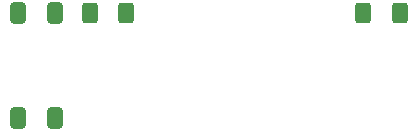
<source format=gbr>
%TF.GenerationSoftware,KiCad,Pcbnew,7.0.8*%
%TF.CreationDate,2023-10-11T21:33:04+02:00*%
%TF.ProjectId,LvL_shifter_shield,4c764c5f-7368-4696-9674-65725f736869,rev?*%
%TF.SameCoordinates,Original*%
%TF.FileFunction,Paste,Bot*%
%TF.FilePolarity,Positive*%
%FSLAX46Y46*%
G04 Gerber Fmt 4.6, Leading zero omitted, Abs format (unit mm)*
G04 Created by KiCad (PCBNEW 7.0.8) date 2023-10-11 21:33:04*
%MOMM*%
%LPD*%
G01*
G04 APERTURE LIST*
G04 Aperture macros list*
%AMRoundRect*
0 Rectangle with rounded corners*
0 $1 Rounding radius*
0 $2 $3 $4 $5 $6 $7 $8 $9 X,Y pos of 4 corners*
0 Add a 4 corners polygon primitive as box body*
4,1,4,$2,$3,$4,$5,$6,$7,$8,$9,$2,$3,0*
0 Add four circle primitives for the rounded corners*
1,1,$1+$1,$2,$3*
1,1,$1+$1,$4,$5*
1,1,$1+$1,$6,$7*
1,1,$1+$1,$8,$9*
0 Add four rect primitives between the rounded corners*
20,1,$1+$1,$2,$3,$4,$5,0*
20,1,$1+$1,$4,$5,$6,$7,0*
20,1,$1+$1,$6,$7,$8,$9,0*
20,1,$1+$1,$8,$9,$2,$3,0*%
G04 Aperture macros list end*
%ADD10RoundRect,0.250000X0.400000X0.625000X-0.400000X0.625000X-0.400000X-0.625000X0.400000X-0.625000X0*%
%ADD11RoundRect,0.250000X-0.400000X-0.625000X0.400000X-0.625000X0.400000X0.625000X-0.400000X0.625000X0*%
%ADD12RoundRect,0.250000X-0.412500X-0.650000X0.412500X-0.650000X0.412500X0.650000X-0.412500X0.650000X0*%
G04 APERTURE END LIST*
D10*
%TO.C,R2*%
X119380000Y-81280000D03*
X116280000Y-81280000D03*
%TD*%
D11*
%TO.C,R1*%
X139420000Y-81280000D03*
X142520000Y-81280000D03*
%TD*%
D12*
%TO.C,C1*%
X110197500Y-90170000D03*
X113322500Y-90170000D03*
%TD*%
%TO.C,C2*%
X110197500Y-81280000D03*
X113322500Y-81280000D03*
%TD*%
M02*

</source>
